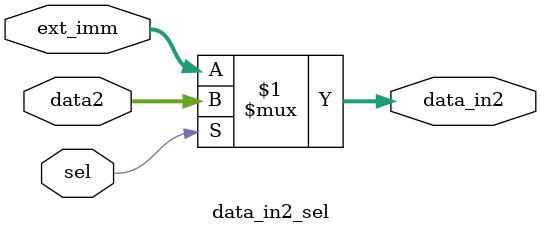
<source format=v>
module data_in2_sel(
	input [31:0]data2,
	input [31:0]ext_imm,
	input sel, //op[5]
	output [31:0]data_in2
);

	assign data_in2 = sel ? data2 : ext_imm;

endmodule 
</source>
